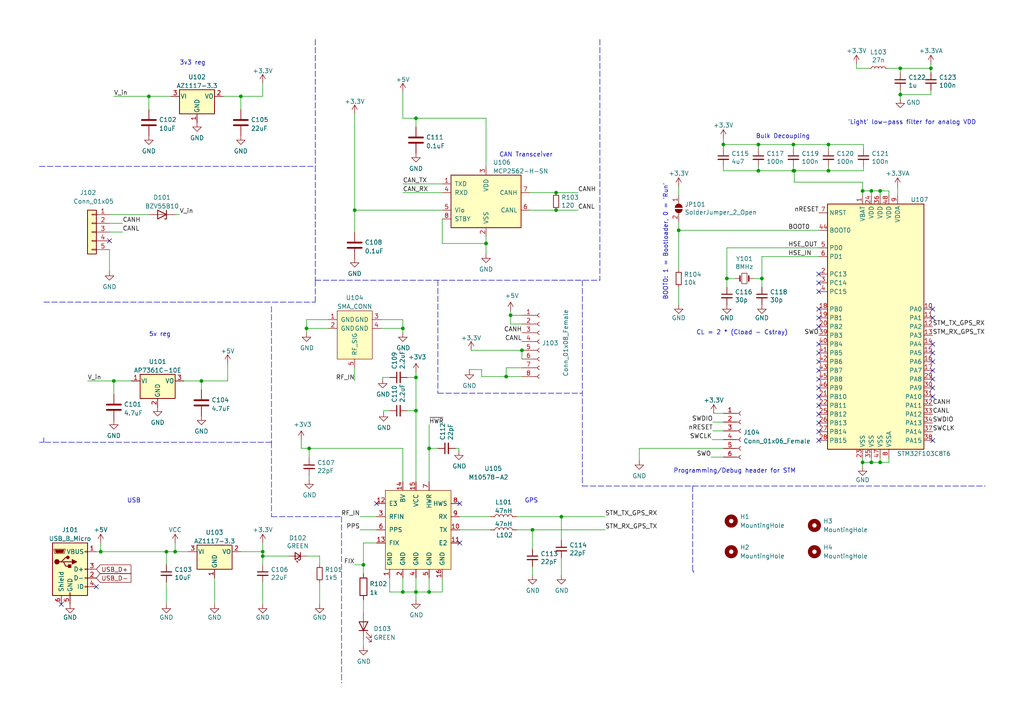
<source format=kicad_sch>
(kicad_sch (version 20211123) (generator eeschema)
  (paper "A4")
  (title_block (title "GPS") (date "2023-02-04") (rev "A") (company "Atharva Kulkarni") (comment 1 "USST Rocket "))
  (lib_symbols
    (symbol "Connector:Conn_01x06_Female" (pin_names (offset 1.016) hide)
      (property "Reference" "J" (at 0 7.62 0))
      (property "Value" "Conn_01x06_Female" (at 0 -10.16 0))
      (symbol "Conn_01x06_Female_1_1"
        (pin passive line (at -5.08 5.08 0) (length 3.81) (name "Pin_1") (number "1"))
        (pin passive line (at -5.08 2.54 0) (length 3.81) (name "Pin_2") (number "2"))
        (pin passive line (at -5.08 0 0) (length 3.81) (name "Pin_3") (number "3"))
        (pin passive line (at -5.08 -2.54 0) (length 3.81) (name "Pin_4") (number "4"))
        (pin passive line (at -5.08 -5.08 0) (length 3.81) (name "Pin_5") (number "5"))
        (pin passive line (at -5.08 -7.62 0) (length 3.81) (name "Pin_6") (number "6"))
      )
    )
    (symbol "Connector:Conn_01x08_Female" (pin_names (offset 1.016) hide)
      (property "Reference" "J" (at 0 10.16 0))
      (property "Value" "Conn_01x08_Female" (at 0 -12.7 0))
      (symbol "Conn_01x08_Female_1_1"
        (pin passive line (at -5.08 7.62 0) (length 3.81) (name "Pin_1") (number "1"))
        (pin passive line (at -5.08 5.08 0) (length 3.81) (name "Pin_2") (number "2"))
        (pin passive line (at -5.08 2.54 0) (length 3.81) (name "Pin_3") (number "3"))
        (pin passive line (at -5.08 0 0) (length 3.81) (name "Pin_4") (number "4"))
        (pin passive line (at -5.08 -2.54 0) (length 3.81) (name "Pin_5") (number "5"))
        (pin passive line (at -5.08 -5.08 0) (length 3.81) (name "Pin_6") (number "6"))
        (pin passive line (at -5.08 -7.62 0) (length 3.81) (name "Pin_7") (number "7"))
        (pin passive line (at -5.08 -10.16 0) (length 3.81) (name "Pin_8") (number "8"))
      )
    )
    (symbol "Connector:USB_B_Micro" (pin_names (offset 1.016))
      (property "Reference" "J" (at -5.08 11.43 0))
      (property "Value" "USB_B_Micro" (at -5.08 8.89 0))
      (symbol "USB_B_Micro_1_1"
        (pin power_out line (at 7.62 5.08 180) (length 2.54) (name "VBUS") (number "1"))
        (pin bidirectional line (at 7.62 -2.54 180) (length 2.54) (name "D-") (number "2"))
        (pin bidirectional line (at 7.62 0 180) (length 2.54) (name "D+") (number "3"))
        (pin passive line (at 7.62 -5.08 180) (length 2.54) (name "ID") (number "4"))
        (pin power_out line (at 0 -10.16 90) (length 2.54) (name "GND") (number "5"))
        (pin passive line (at -2.54 -10.16 90) (length 2.54) (name "Shield") (number "6"))
      )
    )
    (symbol "Connector_Generic:Conn_01x05" (pin_names (offset 1.016) hide)
      (property "Reference" "J" (at 0 7.62 0))
      (property "Value" "Conn_01x05" (at 0 -7.62 0))
      (symbol "Conn_01x05_1_1"
        (pin passive line (at -5.08 5.08 0) (length 3.81) (name "Pin_1") (number "1"))
        (pin passive line (at -5.08 2.54 0) (length 3.81) (name "Pin_2") (number "2"))
        (pin passive line (at -5.08 0 0) (length 3.81) (name "Pin_3") (number "3"))
        (pin passive line (at -5.08 -2.54 0) (length 3.81) (name "Pin_4") (number "4"))
        (pin passive line (at -5.08 -5.08 0) (length 3.81) (name "Pin_5") (number "5"))
      )
    )
    (symbol "Device:C" (pin_numbers hide) (pin_names (offset 0.254))
      (property "Reference" "C" (at 0.635 2.54 0))
      (property "Value" "C" (at 0.635 -2.54 0))
      (symbol "C_1_1"
        (pin passive line (at 0 3.81 270) (length 2.794) (name "~") (number "1"))
        (pin passive line (at 0 -3.81 90) (length 2.794) (name "~") (number "2"))
      )
    )
    (symbol "Device:C_Small" (pin_numbers hide) (pin_names (offset 0.254) hide)
      (property "Reference" "C" (at 0.254 1.778 0))
      (property "Value" "C_Small" (at 0.254 -2.032 0))
      (symbol "C_Small_1_1"
        (pin passive line (at 0 2.54 270) (length 2.032) (name "~") (number "1"))
        (pin passive line (at 0 -2.54 90) (length 2.032) (name "~") (number "2"))
      )
    )
    (symbol "Device:Crystal_Small" (pin_numbers hide) (pin_names (offset 1.016) hide)
      (property "Reference" "Y" (at 0 2.54 0))
      (property "Value" "Crystal_Small" (at 0 -2.54 0))
      (symbol "Crystal_Small_1_1"
        (pin passive line (at -2.54 0 0) (length 1.27) (name "1") (number "1"))
        (pin passive line (at 2.54 0 180) (length 1.27) (name "2") (number "2"))
      )
    )
    (symbol "Device:L" (pin_numbers hide) (pin_names (offset 1.016) hide)
      (property "Reference" "L" (at -1.27 0 90))
      (property "Value" "L" (at 1.905 0 90))
      (symbol "L_1_1"
        (pin passive line (at 0 3.81 270) (length 1.27) (name "1") (number "1"))
        (pin passive line (at 0 -3.81 90) (length 1.27) (name "2") (number "2"))
      )
    )
    (symbol "Device:LED" (pin_numbers hide) (pin_names (offset 1.016) hide)
      (property "Reference" "D" (at 0 2.54 0))
      (property "Value" "LED" (at 0 -2.54 0))
      (symbol "LED_1_1"
        (pin passive line (at -3.81 0 0) (length 2.54) (name "K") (number "1"))
        (pin passive line (at 3.81 0 180) (length 2.54) (name "A") (number "2"))
      )
    )
    (symbol "Device:LED_Small" (pin_numbers hide) (pin_names (offset 0.254) hide)
      (property "Reference" "D" (at -1.27 3.175 0))
      (property "Value" "LED_Small" (at -4.445 -2.54 0))
      (symbol "LED_Small_1_1"
        (pin passive line (at -2.54 0 0) (length 1.778) (name "K") (number "1"))
        (pin passive line (at 2.54 0 180) (length 1.778) (name "A") (number "2"))
      )
    )
    (symbol "Device:L_Small" (pin_numbers hide) (pin_names (offset 0.254) hide)
      (property "Reference" "L" (at 0.762 1.016 0))
      (property "Value" "L_Small" (at 0.762 -1.016 0))
      (symbol "L_Small_1_1"
        (pin passive line (at 0 2.54 270) (length 0.508) (name "~") (number "1"))
        (pin passive line (at 0 -2.54 90) (length 0.508) (name "~") (number "2"))
      )
    )
    (symbol "Device:R" (pin_numbers hide) (pin_names (offset 0))
      (property "Reference" "R" (at 2.032 0 90))
      (property "Value" "R" (at 0 0 90))
      (symbol "R_1_1"
        (pin passive line (at 0 3.81 270) (length 1.27) (name "~") (number "1"))
        (pin passive line (at 0 -3.81 90) (length 1.27) (name "~") (number "2"))
      )
    )
    (symbol "Device:R_Small" (pin_numbers hide) (pin_names (offset 0.254) hide)
      (property "Reference" "R" (at 0.762 0.508 0))
      (property "Value" "R_Small" (at 0.762 -1.016 0))
      (symbol "R_Small_1_1"
        (pin passive line (at 0 2.54 270) (length 0.762) (name "~") (number "1"))
        (pin passive line (at 0 -2.54 90) (length 0.762) (name "~") (number "2"))
      )
    )
    (symbol "Diode:BZV55B10" (pin_numbers hide) (pin_names hide)
      (property "Reference" "D" (at 0 2.54 0))
      (property "Value" "BZV55B10" (at 0 -2.54 0))
      (symbol "BZV55B10_1_1"
        (pin passive line (at -3.81 0 0) (length 2.54) (name "K") (number "1"))
        (pin passive line (at 3.81 0 180) (length 2.54) (name "A") (number "2"))
      )
    )
    (symbol "Interface_CAN_LIN:MCP2562-H-SN" (pin_names (offset 1.016))
      (property "Reference" "U" (at -10.16 8.89 0))
      (property "Value" "MCP2562-H-SN" (at 2.54 8.89 0))
      (symbol "MCP2562-H-SN_1_1"
        (pin input line (at -12.7 5.08 0) (length 2.54) (name "TXD") (number "1"))
        (pin power_in line (at 0 -10.16 90) (length 2.54) (name "VSS") (number "2"))
        (pin power_in line (at 0 10.16 270) (length 2.54) (name "VDD") (number "3"))
        (pin output line (at -12.7 2.54 0) (length 2.54) (name "RXD") (number "4"))
        (pin power_in line (at -12.7 -2.54 0) (length 2.54) (name "Vio") (number "5"))
        (pin bidirectional line (at 12.7 -2.54 180) (length 2.54) (name "CANL") (number "6"))
        (pin bidirectional line (at 12.7 2.54 180) (length 2.54) (name "CANH") (number "7"))
        (pin input line (at -12.7 -5.08 0) (length 2.54) (name "STBY") (number "8"))
      )
    )
    (symbol "Jumper:SolderJumper_2_Open" (pin_names (offset 0) hide)
      (property "Reference" "JP" (at 0 2.032 0))
      (property "Value" "SolderJumper_2_Open" (at 0 -2.54 0))
      (symbol "SolderJumper_2_Open_1_1"
        (pin passive line (at -3.81 0 0) (length 2.54) (name "A") (number "1"))
        (pin passive line (at 3.81 0 180) (length 2.54) (name "B") (number "2"))
      )
    )
    (symbol "MCU_ST_STM32F1:STM32F103C8Tx"
      (property "Reference" "U" (at -15.24 36.83 0))
      (property "Value" "STM32F103C8Tx" (at 7.62 36.83 0))
      (symbol "STM32F103C8Tx_1_1"
        (pin power_in line (at -5.08 38.1 270) (length 2.54) (name "VBAT") (number "1"))
        (pin bidirectional line (at 15.24 5.08 180) (length 2.54) (name "PA0") (number "10"))
        (pin bidirectional line (at 15.24 2.54 180) (length 2.54) (name "PA1") (number "11"))
        (pin bidirectional line (at 15.24 0 180) (length 2.54) (name "PA2") (number "12"))
        (pin bidirectional line (at 15.24 -2.54 180) (length 2.54) (name "PA3") (number "13"))
        (pin bidirectional line (at 15.24 -5.08 180) (length 2.54) (name "PA4") (number "14"))
        (pin bidirectional line (at 15.24 -7.62 180) (length 2.54) (name "PA5") (number "15"))
        (pin bidirectional line (at 15.24 -10.16 180) (length 2.54) (name "PA6") (number "16"))
        (pin bidirectional line (at 15.24 -12.7 180) (length 2.54) (name "PA7") (number "17"))
        (pin bidirectional line (at -17.78 5.08 0) (length 2.54) (name "PB0") (number "18"))
        (pin bidirectional line (at -17.78 2.54 0) (length 2.54) (name "PB1") (number "19"))
        (pin bidirectional line (at -17.78 15.24 0) (length 2.54) (name "PC13") (number "2"))
        (pin bidirectional line (at -17.78 0 0) (length 2.54) (name "PB2") (number "20"))
        (pin bidirectional line (at -17.78 -20.32 0) (length 2.54) (name "PB10") (number "21"))
        (pin bidirectional line (at -17.78 -22.86 0) (length 2.54) (name "PB11") (number "22"))
        (pin power_in line (at -5.08 -38.1 90) (length 2.54) (name "VSS") (number "23"))
        (pin power_in line (at -2.54 38.1 270) (length 2.54) (name "VDD") (number "24"))
        (pin bidirectional line (at -17.78 -25.4 0) (length 2.54) (name "PB12") (number "25"))
        (pin bidirectional line (at -17.78 -27.94 0) (length 2.54) (name "PB13") (number "26"))
        (pin bidirectional line (at -17.78 -30.48 0) (length 2.54) (name "PB14") (number "27"))
        (pin bidirectional line (at -17.78 -33.02 0) (length 2.54) (name "PB15") (number "28"))
        (pin bidirectional line (at 15.24 -15.24 180) (length 2.54) (name "PA8") (number "29"))
        (pin bidirectional line (at -17.78 12.7 0) (length 2.54) (name "PC14") (number "3"))
        (pin bidirectional line (at 15.24 -17.78 180) (length 2.54) (name "PA9") (number "30"))
        (pin bidirectional line (at 15.24 -20.32 180) (length 2.54) (name "PA10") (number "31"))
        (pin bidirectional line (at 15.24 -22.86 180) (length 2.54) (name "PA11") (number "32"))
        (pin bidirectional line (at 15.24 -25.4 180) (length 2.54) (name "PA12") (number "33"))
        (pin bidirectional line (at 15.24 -27.94 180) (length 2.54) (name "PA13") (number "34"))
        (pin power_in line (at -2.54 -38.1 90) (length 2.54) (name "VSS") (number "35"))
        (pin power_in line (at 0 38.1 270) (length 2.54) (name "VDD") (number "36"))
        (pin bidirectional line (at 15.24 -30.48 180) (length 2.54) (name "PA14") (number "37"))
        (pin bidirectional line (at 15.24 -33.02 180) (length 2.54) (name "PA15") (number "38"))
        (pin bidirectional line (at -17.78 -2.54 0) (length 2.54) (name "PB3") (number "39"))
        (pin bidirectional line (at -17.78 10.16 0) (length 2.54) (name "PC15") (number "4"))
        (pin bidirectional line (at -17.78 -5.08 0) (length 2.54) (name "PB4") (number "40"))
        (pin bidirectional line (at -17.78 -7.62 0) (length 2.54) (name "PB5") (number "41"))
        (pin bidirectional line (at -17.78 -10.16 0) (length 2.54) (name "PB6") (number "42"))
        (pin bidirectional line (at -17.78 -12.7 0) (length 2.54) (name "PB7") (number "43"))
        (pin input line (at -17.78 27.94 0) (length 2.54) (name "BOOT0") (number "44"))
        (pin bidirectional line (at -17.78 -15.24 0) (length 2.54) (name "PB8") (number "45"))
        (pin bidirectional line (at -17.78 -17.78 0) (length 2.54) (name "PB9") (number "46"))
        (pin power_in line (at 0 -38.1 90) (length 2.54) (name "VSS") (number "47"))
        (pin power_in line (at 2.54 38.1 270) (length 2.54) (name "VDD") (number "48"))
        (pin input line (at -17.78 22.86 0) (length 2.54) (name "PD0") (number "5"))
        (pin input line (at -17.78 20.32 0) (length 2.54) (name "PD1") (number "6"))
        (pin input line (at -17.78 33.02 0) (length 2.54) (name "NRST") (number "7"))
        (pin power_in line (at 2.54 -38.1 90) (length 2.54) (name "VSSA") (number "8"))
        (pin power_in line (at 5.08 38.1 270) (length 2.54) (name "VDDA") (number "9"))
      )
    )
    (symbol "Mechanical:MountingHole" (pin_names (offset 1.016))
      (property "Reference" "H" (at 0 5.08 0))
      (property "Value" "MountingHole" (at 0 3.175 0))
    )
    (symbol "Regulator_Linear:AP7361C-10E" (pin_names (offset 0.254))
      (property "Reference" "U" (at -3.81 3.175 0))
      (property "Value" "AP7361C-10E" (at 0 3.175 0))
      (symbol "AP7361C-10E_1_1"
        (pin power_in line (at -7.62 0 0) (length 2.54) (name "VI") (number "1"))
        (pin power_in line (at 0 -7.62 90) (length 2.54) (name "GND") (number "2"))
        (pin power_out line (at 7.62 0 180) (length 2.54) (name "VO") (number "3"))
      )
    )
    (symbol "Regulator_Linear:AZ1117-3.3" (pin_names (offset 0.254))
      (property "Reference" "U" (at -3.81 3.175 0))
      (property "Value" "AZ1117-3.3" (at 0 3.175 0))
      (symbol "AZ1117-3.3_1_1"
        (pin power_in line (at 0 -7.62 90) (length 2.54) (name "GND") (number "1"))
        (pin power_out line (at 7.62 0 180) (length 2.54) (name "VO") (number "2"))
        (pin power_in line (at -7.62 0 0) (length 2.54) (name "VI") (number "3"))
      )
    )
    (symbol "canhw:M10578-A2" (pin_names (offset 1.016))
      (property "Reference" "U" (at 0 17.78 0))
      (property "Value" "M10578-A2" (at 0 15.24 0))
      (symbol "M10578-A2_1_1"
        (pin input line (at -7.62 -16.51 90) (length 2.54) (name "GND") (number "1"))
        (pin input line (at 12.7 -2.54 180) (length 2.54) (name "TX") (number "10"))
        (pin input line (at 12.7 -6.35 180) (length 2.54) (name "E2") (number "11"))
        (pin input line (at -11.43 5.08 0) (length 2.54) (name "E3") (number "12"))
        (pin input line (at -11.43 -6.35 0) (length 2.54) (name "FIX") (number "13"))
        (pin input line (at -3.81 11.43 270) (length 2.54) (name "BV") (number "14"))
        (pin input line (at 0 11.43 270) (length 2.54) (name "VCC") (number "15"))
        (pin input line (at 7.62 -16.51 90) (length 2.54) (name "GND") (number "16"))
        (pin input line (at -3.81 -16.51 90) (length 2.54) (name "GND") (number "2"))
        (pin input line (at -11.43 1.27 0) (length 2.54) (name "RFIN") (number "3"))
        (pin input line (at 0 -16.51 90) (length 2.54) (name "GND") (number "4"))
        (pin input line (at 3.81 -16.51 90) (length 2.54) (name "GND") (number "5"))
        (pin input line (at -11.43 -2.54 0) (length 2.54) (name "PPS") (number "6"))
        (pin input line (at 3.81 11.43 270) (length 2.54) (name "HWR") (number "7"))
        (pin input line (at 12.7 5.08 180) (length 2.54) (name "HWS") (number "8"))
        (pin input line (at 12.7 1.27 180) (length 2.54) (name "RX") (number "9"))
      )
    )
    (symbol "gps_2-rescue:SMA_CONN-canhw" (pin_names (offset 1.016))
      (property "Reference" "U" (at 0 11.43 0))
      (property "Value" "SMA_CONN-canhw" (at 0 8.89 0))
      (symbol "SMA_CONN-canhw_1_1"
        (pin input line (at -7.62 5.08 0) (length 2.54) (name "GND") (number "1"))
        (pin input line (at -7.62 2.54 0) (length 2.54) (name "GND") (number "2"))
        (pin input line (at 7.62 5.08 180) (length 2.54) (name "GND") (number "3"))
        (pin input line (at 7.62 2.54 180) (length 2.54) (name "GND") (number "4"))
        (pin input line (at 0 -8.89 90) (length 2.54) (name "RF_SIG") (number "5"))
      )
    )
    (symbol "power:+3.3V" (power) (pin_names (offset 0))
      (property "Value" "+3.3V" (at 0 3.556 0))
      (symbol "+3.3V_1_1"
        (pin power_in line (at 0 0 90) (length 0) hide (name "+3.3V") (number "1"))
      )
    )
    (symbol "power:+3.3VA" (power) (pin_names (offset 0))
      (property "Value" "+3.3VA" (at 0 3.556 0))
      (symbol "+3.3VA_1_1"
        (pin power_in line (at 0 0 90) (length 0) hide (name "+3.3VA") (number "1"))
      )
    )
    (symbol "power:+3V3" (power) (pin_names (offset 0))
      (property "Value" "+3V3" (at 0 3.556 0))
      (symbol "+3V3_1_1"
        (pin power_in line (at 0 0 90) (length 0) hide (name "+3V3") (number "1"))
      )
    )
    (symbol "power:+5V" (power) (pin_names (offset 0))
      (property "Value" "+5V" (at 0 3.556 0))
      (symbol "+5V_1_1"
        (pin power_in line (at 0 0 90) (length 0) hide (name "+5V") (number "1"))
      )
    )
    (symbol "power:GND" (power) (pin_names (offset 0))
      (property "Value" "GND" (at 0 -3.81 0))
      (symbol "GND_1_1"
        (pin power_in line (at 0 0 270) (length 0) hide (name "GND") (number "1"))
      )
    )
    (symbol "power:VCC" (power) (pin_names (offset 0))
      (property "Value" "VCC" (at 0 3.81 0))
      (symbol "VCC_1_1"
        (pin power_in line (at 0 0 90) (length 0) hide (name "VCC") (number "1"))
      )
    )
  )
  (junction (at 102.87 60.96))
  (junction (at 120.65 109.474))
  (junction (at 124.46 171.704))
  (junction (at 250.19 134.112))
  (junction (at 43.18 27.94))
  (junction (at 162.814 149.86))
  (junction (at 120.65 34.29))
  (junction (at 116.84 171.704))
  (junction (at 252.73 55.372))
  (junction (at 89.662 130.048))
  (junction (at 210.82 80.772))
  (junction (at 255.27 134.112))
  (junction (at 220.98 80.772))
  (junction (at 76.2 161.29))
  (junction (at 50.8 160.02))
  (junction (at 219.964 41.91))
  (junction (at 120.65 171.704))
  (junction (at 261.112 19.812))
  (junction (at 58.42 110.49))
  (junction (at 105.41 163.83))
  (junction (at 88.9 95.25))
  (junction (at 48.26 160.02))
  (junction (at 151.384 101.6))
  (junction (at 29.21 160.02))
  (junction (at 116.84 95.25))
  (junction (at 255.27 55.372))
  (junction (at 250.19 55.372))
  (junction (at 230.124 49.53))
  (junction (at 124.46 130.048))
  (junction (at 240.284 41.91))
  (junction (at 146.812 109.22))
  (junction (at 230.124 41.91))
  (junction (at 240.284 49.53))
  (junction (at 270.002 19.812))
  (junction (at 154.432 153.67))
  (junction (at 140.97 70.612))
  (junction (at 252.73 134.112))
  (junction (at 209.804 41.91))
  (junction (at 148.082 91.44))
  (junction (at 69.85 27.94))
  (junction (at 33.02 110.49))
  (junction (at 219.964 49.53))
  (junction (at 161.29 55.88))
  (junction (at 261.112 27.432))
  (junction (at 76.2 160.02))
  (junction (at 161.29 60.96))
  (junction (at 120.65 119.126))
  (junction (at 230.378 49.53))
  (junction (at 196.85 66.802))
  (no_connect (at 237.49 125.222))
  (no_connect (at 237.49 99.822))
  (no_connect (at 237.49 127.762))
  (no_connect (at 237.49 115.062))
  (no_connect (at 270.51 112.522))
  (no_connect (at 237.49 122.682))
  (no_connect (at 237.49 82.042))
  (no_connect (at 270.51 127.762))
  (no_connect (at 237.49 102.362))
  (no_connect (at 237.49 94.742))
  (no_connect (at 133.35 146.05))
  (no_connect (at 31.75 69.85))
  (no_connect (at 237.49 79.502))
  (no_connect (at 270.51 89.662))
  (no_connect (at 270.51 92.202))
  (no_connect (at 237.49 104.902))
  (no_connect (at 237.49 109.982))
  (no_connect (at 237.49 89.662))
  (no_connect (at 237.49 112.522))
  (no_connect (at 270.51 107.442))
  (no_connect (at 109.22 146.05))
  (no_connect (at 270.51 115.062))
  (no_connect (at 270.51 99.822))
  (no_connect (at 133.35 157.48))
  (no_connect (at 237.49 92.202))
  (no_connect (at 237.49 107.442))
  (no_connect (at 27.94 170.18))
  (no_connect (at 237.49 120.142))
  (no_connect (at 270.51 104.902))
  (no_connect (at 237.49 117.602))
  (no_connect (at 237.49 84.582))
  (no_connect (at 270.51 109.982))
  (no_connect (at 17.78 175.26))
  (no_connect (at 270.51 102.362))
  (wire (pts (xy 113.03 167.64) (xy 113.03 171.704)))
  (wire (pts (xy 140.97 34.29) (xy 140.97 48.26)))
  (wire (pts (xy 209.804 41.91) (xy 209.804 43.18)))
  (wire (pts (xy 250.19 135.382) (xy 250.19 134.112)))
  (wire (pts (xy 210.82 80.772) (xy 213.36 80.772)))
  (polyline (pts (xy 78.74 88.9) (xy 78.74 128.27)))
  (wire (pts (xy 76.2 161.29) (xy 76.2 163.83)))
  (wire (pts (xy 87.376 130.048) (xy 89.662 130.048)))
  (wire (pts (xy 124.46 130.048) (xy 124.46 139.7)))
  (wire (pts (xy 92.71 175.26) (xy 92.71 168.91)))
  (wire (pts (xy 240.284 49.53) (xy 250.444 49.53)))
  (wire (pts (xy 248.412 19.812) (xy 252.222 19.812)))
  (wire (pts (xy 151.384 106.68) (xy 146.812 106.68)))
  (wire (pts (xy 116.84 53.34) (xy 128.27 53.34)))
  (wire (pts (xy 162.814 149.86) (xy 162.814 156.718)))
  (wire (pts (xy 48.26 160.02) (xy 48.26 163.83)))
  (wire (pts (xy 92.71 161.29) (xy 88.9 161.29)))
  (wire (pts (xy 196.85 54.102) (xy 196.85 56.642)))
  (wire (pts (xy 128.27 63.5) (xy 128.27 70.612)))
  (polyline (pts (xy 91.44 87.63) (xy 91.44 81.28)))
  (wire (pts (xy 260.35 54.102) (xy 260.35 56.642)))
  (polyline (pts (xy 173.99 11.43) (xy 173.99 81.28)))
  (wire (pts (xy 105.41 185.42) (xy 105.41 187.452)))
  (wire (pts (xy 230.124 48.26) (xy 230.124 49.53)))
  (wire (pts (xy 124.46 171.704) (xy 120.65 171.704)))
  (wire (pts (xy 116.84 130.048) (xy 116.84 139.7)))
  (wire (pts (xy 148.082 90.17) (xy 148.082 91.44)))
  (wire (pts (xy 209.804 130.048) (xy 185.42 130.048)))
  (polyline (pts (xy 201.168 165.608) (xy 201.168 166.116)))
  (polyline (pts (xy 127 114.046) (xy 168.91 114.046)))
  (wire (pts (xy 219.964 49.53) (xy 219.964 48.26)))
  (wire (pts (xy 113.03 109.474) (xy 110.998 109.474)))
  (wire (pts (xy 257.81 55.372) (xy 257.81 56.642)))
  (polyline (pts (xy 78.74 128.27) (xy 12.7 128.27)))
  (wire (pts (xy 133.096 130.048) (xy 133.096 130.81)))
  (wire (pts (xy 237.49 71.882) (xy 210.82 71.882)))
  (wire (pts (xy 102.87 60.96) (xy 102.87 67.31)))
  (wire (pts (xy 116.84 34.29) (xy 120.65 34.29)))
  (wire (pts (xy 116.84 167.64) (xy 116.84 171.704)))
  (wire (pts (xy 33.02 110.49) (xy 38.1 110.49)))
  (wire (pts (xy 92.71 163.83) (xy 92.71 161.29)))
  (polyline (pts (xy 11.43 48.26) (xy 91.44 48.26)))
  (wire (pts (xy 255.27 132.842) (xy 255.27 134.112)))
  (wire (pts (xy 148.082 91.44) (xy 148.082 93.98)))
  (wire (pts (xy 29.21 160.02) (xy 27.94 160.02)))
  (wire (pts (xy 120.65 107.95) (xy 120.65 109.474)))
  (wire (pts (xy 270.002 18.542) (xy 270.002 19.812)))
  (polyline (pts (xy 91.44 81.28) (xy 173.99 81.28)))
  (wire (pts (xy 140.97 70.612) (xy 140.97 73.66)))
  (wire (pts (xy 66.04 110.49) (xy 66.04 105.41)))
  (wire (pts (xy 116.84 92.71) (xy 116.84 95.25)))
  (wire (pts (xy 58.42 110.49) (xy 58.42 113.03)))
  (wire (pts (xy 206.756 124.968) (xy 209.804 124.968)))
  (wire (pts (xy 270.002 21.082) (xy 270.002 19.812)))
  (wire (pts (xy 210.82 83.312) (xy 210.82 80.772)))
  (wire (pts (xy 230.124 41.91) (xy 219.964 41.91)))
  (wire (pts (xy 151.384 104.14) (xy 151.384 101.6)))
  (polyline (pts (xy 168.91 81.28) (xy 168.91 140.97)))
  (wire (pts (xy 120.65 173.99) (xy 120.65 171.704)))
  (wire (pts (xy 88.9 92.71) (xy 88.9 95.25)))
  (wire (pts (xy 105.41 163.83) (xy 105.41 166.37)))
  (wire (pts (xy 105.41 157.48) (xy 109.22 157.48)))
  (wire (pts (xy 261.112 21.082) (xy 261.112 19.812)))
  (wire (pts (xy 109.22 153.67) (xy 104.394 153.67)))
  (wire (pts (xy 255.27 134.112) (xy 257.81 134.112)))
  (wire (pts (xy 120.65 167.64) (xy 120.65 171.704)))
  (wire (pts (xy 116.84 26.67) (xy 116.84 34.29)))
  (wire (pts (xy 118.11 119.126) (xy 120.65 119.126)))
  (wire (pts (xy 50.8 62.23) (xy 52.07 62.23)))
  (wire (pts (xy 102.87 60.96) (xy 128.27 60.96)))
  (wire (pts (xy 230.378 49.53) (xy 240.284 49.53)))
  (wire (pts (xy 196.85 66.802) (xy 196.85 78.232)))
  (polyline (pts (xy 99.06 149.86) (xy 99.06 198.12)))
  (wire (pts (xy 230.378 49.53) (xy 230.378 52.832)))
  (wire (pts (xy 148.082 91.44) (xy 151.384 91.44)))
  (wire (pts (xy 116.84 55.88) (xy 128.27 55.88)))
  (wire (pts (xy 218.44 80.772) (xy 220.98 80.772)))
  (wire (pts (xy 240.284 43.18) (xy 240.284 41.91)))
  (wire (pts (xy 185.42 130.048) (xy 185.42 133.604)))
  (wire (pts (xy 120.65 34.29) (xy 120.65 36.83)))
  (wire (pts (xy 252.73 134.112) (xy 255.27 134.112)))
  (wire (pts (xy 220.98 74.422) (xy 237.49 74.422)))
  (wire (pts (xy 206.756 122.428) (xy 209.804 122.428)))
  (wire (pts (xy 257.81 134.112) (xy 257.81 132.842)))
  (wire (pts (xy 207.01 119.888) (xy 209.804 119.888)))
  (polyline (pts (xy 78.74 128.27) (xy 78.74 149.86)))
  (wire (pts (xy 250.19 52.832) (xy 250.19 55.372)))
  (wire (pts (xy 76.2 175.26) (xy 76.2 168.91)))
  (wire (pts (xy 206.502 127.508) (xy 209.804 127.508)))
  (wire (pts (xy 230.124 43.18) (xy 230.124 41.91)))
  (wire (pts (xy 162.814 161.798) (xy 162.814 166.878)))
  (wire (pts (xy 29.21 160.02) (xy 48.26 160.02)))
  (wire (pts (xy 110.49 92.71) (xy 116.84 92.71)))
  (wire (pts (xy 76.2 157.48) (xy 76.2 160.02)))
  (polyline (pts (xy 91.44 11.43) (xy 91.44 48.26)))
  (polyline (pts (xy 200.914 140.97) (xy 200.914 165.608)))
  (wire (pts (xy 29.21 157.48) (xy 29.21 160.02)))
  (wire (pts (xy 196.85 88.392) (xy 196.85 83.312)))
  (wire (pts (xy 252.73 55.372) (xy 255.27 55.372)))
  (wire (pts (xy 48.26 175.26) (xy 48.26 168.91)))
  (wire (pts (xy 237.49 66.802) (xy 196.85 66.802)))
  (polyline (pts (xy 78.74 149.86) (xy 99.06 149.86)))
  (wire (pts (xy 154.432 164.338) (xy 154.432 166.878)))
  (wire (pts (xy 102.87 106.68) (xy 102.87 110.49)))
  (wire (pts (xy 261.112 28.702) (xy 261.112 27.432)))
  (wire (pts (xy 89.662 130.048) (xy 89.662 132.842)))
  (wire (pts (xy 105.41 157.48) (xy 105.41 163.83)))
  (wire (pts (xy 116.84 95.25) (xy 116.84 96.52)))
  (wire (pts (xy 146.812 106.68) (xy 146.812 109.22)))
  (wire (pts (xy 248.412 18.542) (xy 248.412 19.812)))
  (wire (pts (xy 219.964 41.91) (xy 209.804 41.91)))
  (wire (pts (xy 146.812 109.22) (xy 139.7 109.22)))
  (polyline (pts (xy 11.43 128.27) (xy 12.7 128.27)))
  (wire (pts (xy 102.87 163.83) (xy 105.41 163.83)))
  (wire (pts (xy 124.46 123.19) (xy 124.46 130.048)))
  (wire (pts (xy 149.86 153.67) (xy 154.432 153.67)))
  (wire (pts (xy 110.49 95.25) (xy 116.84 95.25)))
  (wire (pts (xy 196.85 64.262) (xy 196.85 66.802)))
  (wire (pts (xy 120.65 119.126) (xy 120.65 139.7)))
  (wire (pts (xy 69.85 160.02) (xy 76.2 160.02)))
  (polyline (pts (xy 160.02 81.28) (xy 168.91 81.28)))
  (wire (pts (xy 124.46 171.704) (xy 128.27 171.704)))
  (polyline (pts (xy 91.44 48.26) (xy 91.44 81.28)))
  (wire (pts (xy 120.65 34.29) (xy 140.97 34.29)))
  (wire (pts (xy 250.444 48.26) (xy 250.444 49.53)))
  (wire (pts (xy 64.77 27.94) (xy 69.85 27.94)))
  (wire (pts (xy 43.18 27.94) (xy 43.18 31.75)))
  (wire (pts (xy 261.112 27.432) (xy 270.002 27.432)))
  (wire (pts (xy 128.27 167.64) (xy 128.27 171.704)))
  (wire (pts (xy 230.124 49.53) (xy 230.378 49.53)))
  (wire (pts (xy 250.19 55.372) (xy 252.73 55.372)))
  (wire (pts (xy 31.75 72.39) (xy 31.75 78.74)))
  (wire (pts (xy 104.394 149.86) (xy 109.22 149.86)))
  (polyline (pts (xy 127 81.28) (xy 127 114.046)))
  (wire (pts (xy 151.384 109.22) (xy 146.812 109.22)))
  (wire (pts (xy 209.804 48.26) (xy 209.804 49.53)))
  (wire (pts (xy 209.804 40.132) (xy 209.804 41.91)))
  (wire (pts (xy 53.34 110.49) (xy 58.42 110.49)))
  (wire (pts (xy 210.82 71.882) (xy 210.82 80.772)))
  (wire (pts (xy 162.814 149.86) (xy 175.514 149.86)))
  (wire (pts (xy 120.65 109.474) (xy 120.65 119.126)))
  (wire (pts (xy 250.444 43.18) (xy 250.444 41.91)))
  (wire (pts (xy 31.75 67.31) (xy 35.56 67.31)))
  (wire (pts (xy 113.03 119.126) (xy 111.252 119.126)))
  (wire (pts (xy 250.19 134.112) (xy 250.19 132.842)))
  (wire (pts (xy 261.112 26.162) (xy 261.112 27.432)))
  (wire (pts (xy 161.29 55.88) (xy 167.64 55.88)))
  (wire (pts (xy 161.29 60.96) (xy 167.64 60.96)))
  (wire (pts (xy 133.35 149.86) (xy 142.24 149.86)))
  (wire (pts (xy 89.662 130.048) (xy 116.84 130.048)))
  (wire (pts (xy 88.9 95.25) (xy 88.9 96.52)))
  (polyline (pts (xy 12.7 127) (xy 12.7 128.27)))
  (wire (pts (xy 69.85 27.94) (xy 76.2 27.94)))
  (polyline (pts (xy 168.91 140.97) (xy 285.75 140.97)))
  (wire (pts (xy 124.46 167.64) (xy 124.46 171.704)))
  (wire (pts (xy 33.02 27.94) (xy 43.18 27.94)))
  (wire (pts (xy 255.27 55.372) (xy 257.81 55.372)))
  (wire (pts (xy 270.002 19.812) (xy 261.112 19.812)))
  (wire (pts (xy 33.02 110.49) (xy 33.02 114.3)))
  (wire (pts (xy 111.252 119.126) (xy 111.252 119.634)))
  (wire (pts (xy 219.964 41.91) (xy 219.964 43.18)))
  (wire (pts (xy 110.998 109.474) (xy 110.998 109.982)))
  (wire (pts (xy 230.378 52.832) (xy 250.19 52.832)))
  (wire (pts (xy 139.7 107.188) (xy 136.144 107.188)))
  (wire (pts (xy 257.302 19.812) (xy 261.112 19.812)))
  (polyline (pts (xy 200.914 165.608) (xy 201.168 165.608)))
  (wire (pts (xy 69.85 27.94) (xy 69.85 31.75)))
  (wire (pts (xy 148.082 93.98) (xy 151.384 93.98)))
  (wire (pts (xy 54.61 160.02) (xy 50.8 160.02)))
  (polyline (pts (xy 12.7 87.63) (xy 91.44 87.63)))
  (wire (pts (xy 76.2 160.02) (xy 76.2 161.29)))
  (wire (pts (xy 154.432 153.67) (xy 154.432 159.258)))
  (wire (pts (xy 43.18 27.94) (xy 49.53 27.94)))
  (wire (pts (xy 62.23 175.26) (xy 62.23 167.64)))
  (wire (pts (xy 240.284 41.91) (xy 230.124 41.91)))
  (wire (pts (xy 118.11 109.474) (xy 120.65 109.474)))
  (wire (pts (xy 136.144 107.188) (xy 136.144 107.442)))
  (wire (pts (xy 116.84 171.704) (xy 120.65 171.704)))
  (wire (pts (xy 105.41 173.99) (xy 105.41 177.8)))
  (wire (pts (xy 132.08 130.048) (xy 133.096 130.048)))
  (wire (pts (xy 209.804 49.53) (xy 219.964 49.53)))
  (wire (pts (xy 95.25 92.71) (xy 88.9 92.71)))
  (wire (pts (xy 255.27 56.642) (xy 255.27 55.372)))
  (wire (pts (xy 250.19 55.372) (xy 250.19 56.642)))
  (wire (pts (xy 140.97 68.58) (xy 140.97 70.612)))
  (wire (pts (xy 50.8 157.48) (xy 50.8 160.02)))
  (wire (pts (xy 252.73 56.642) (xy 252.73 55.372)))
  (wire (pts (xy 58.42 110.49) (xy 66.04 110.49)))
  (wire (pts (xy 89.662 137.922) (xy 89.662 139.192)))
  (wire (pts (xy 76.2 27.94) (xy 76.2 24.13)))
  (wire (pts (xy 252.73 132.842) (xy 252.73 134.112)))
  (wire (pts (xy 113.03 171.704) (xy 116.84 171.704)))
  (wire (pts (xy 136.652 101.6) (xy 151.384 101.6)))
  (wire (pts (xy 128.27 70.612) (xy 140.97 70.612)))
  (wire (pts (xy 220.98 80.772) (xy 220.98 74.422)))
  (wire (pts (xy 154.432 153.67) (xy 175.514 153.67)))
  (wire (pts (xy 250.444 41.91) (xy 240.284 41.91)))
  (wire (pts (xy 220.98 83.312) (xy 220.98 80.772)))
  (wire (pts (xy 153.67 55.88) (xy 161.29 55.88)))
  (wire (pts (xy 240.284 48.26) (xy 240.284 49.53)))
  (wire (pts (xy 270.002 27.432) (xy 270.002 26.162)))
  (wire (pts (xy 83.82 161.29) (xy 76.2 161.29)))
  (wire (pts (xy 87.376 127.508) (xy 87.376 130.048)))
  (wire (pts (xy 50.8 160.02) (xy 48.26 160.02)))
  (wire (pts (xy 206.248 132.588) (xy 209.804 132.588)))
  (wire (pts (xy 219.964 49.53) (xy 230.124 49.53)))
  (wire (pts (xy 250.19 134.112) (xy 252.73 134.112)))
  (wire (pts (xy 149.86 149.86) (xy 162.814 149.86)))
  (wire (pts (xy 139.7 109.22) (xy 139.7 107.188)))
  (wire (pts (xy 95.25 95.25) (xy 88.9 95.25)))
  (wire (pts (xy 142.24 153.67) (xy 133.35 153.67)))
  (wire (pts (xy 31.75 62.23) (xy 43.18 62.23)))
  (wire (pts (xy 25.4 110.49) (xy 33.02 110.49)))
  (wire (pts (xy 153.67 60.96) (xy 161.29 60.96)))
  (wire (pts (xy 124.46 130.048) (xy 127 130.048)))
  (wire (pts (xy 102.87 33.02) (xy 102.87 60.96)))
  (wire (pts (xy 31.75 64.77) (xy 35.56 64.77)))
  (text "USB\n" (at 36.83 146.05 0) (effects (font (size 1.27 1.27)) (justify left bottom)))
  (text "CAN Transceiver\n" (at 144.78 45.72 0) (effects (font (size 1.27 1.27)) (justify left bottom)))
  (text "'Light' low-pass filter for analog VDD" (at 245.872 36.322 0) (effects (font (size 1.27 1.27)) (justify left bottom)))
  (text "5v reg\n" (at 43.18 97.79 0) (effects (font (size 1.27 1.27)) (justify left bottom)))
  (text "Bulk Decoupling\n" (at 219.202 40.386 0) (effects (font (size 1.27 1.27)) (justify left bottom)))
  (text "CL = 2 * (Cload - Cstray)" (at 201.93 97.282 0) (effects (font (size 1.27 1.27)) (justify left bottom)))
  (text "Programming/Debug header for STM\n" (at 195.326 137.414 0) (effects (font (size 1.27 1.27)) (justify left bottom)))
  (text "GPS" (at 152.146 146.05 0) (effects (font (size 1.27 1.27)) (justify left bottom)))
  (text "3v3 reg\n" (at 52.07 19.05 0) (effects (font (size 1.27 1.27)) (justify left bottom)))
  (text "BOOT0: 1 = Bootloader, 0 = 'Run'" (at 193.802 87.122 90) (effects (font (size 1.27 1.27)) (justify left bottom)))
  (label "STM_RX_GPS_TX" (at 270.51 97.282 0))
  (label "STM_TX_GPS_RX" (at 175.514 149.86 0))
  (label "nRESET" (at 206.756 124.968 180))
  (label "CANL" (at 35.56 67.31 0))
  (label "V_in" (at 52.07 62.23 0))
  (label "V_in" (at 33.02 27.94 0))
  (label "CAN_RX" (at 116.84 55.88 0))
  (label "FIX" (at 102.87 163.83 180))
  (label "CANL" (at 151.384 99.06 180))
  (label "RF_IN" (at 104.394 149.86 180))
  (label "SWDIO" (at 270.51 122.682 0))
  (label "SWO" (at 206.248 132.588 180))
  (label "HSE_OUT" (at 228.6 71.882 0))
  (label "SWO" (at 237.49 97.282 180))
  (label "BOOT0" (at 228.6 66.802 0))
  (label "~{HWR}" (at 124.46 123.19 0))
  (label "SWCLK" (at 206.502 127.508 180))
  (label "SWCLK" (at 270.51 125.222 0))
  (label "STM_TX_GPS_RX" (at 270.51 94.742 0))
  (label "CANL" (at 167.64 60.96 0))
  (label "RF_IN" (at 102.87 110.49 180))
  (label "PPS" (at 104.394 153.67 180))
  (label "CANH" (at 35.56 64.77 0))
  (label "CANL" (at 270.51 120.142 0))
  (label "V_in" (at 25.4 110.49 0))
  (label "nRESET" (at 237.49 61.722 180))
  (label "HSE_IN" (at 228.6 74.422 0))
  (label "CAN_TX" (at 116.84 53.34 0))
  (label "CANH" (at 151.384 96.52 180))
  (label "SWDIO" (at 206.756 122.428 180))
  (label "STM_RX_GPS_TX" (at 175.514 153.67 0))
  (label "CANH" (at 167.64 55.88 0))
  (label "CANH" (at 270.51 117.602 0))
  (global_label "USB_D-" (shape input) (at 27.94 167.64 0) (property "Intersheet References" "${INTERSHEET_REFS}" (effects hide)))
  (global_label "USB_D+" (shape input) (at 27.94 165.1 0) (property "Intersheet References" "${INTERSHEET_REFS}" (effects hide)))
  (symbol (lib_id "Device:C_Small") (at 115.57 109.474 90) (unit 1)
    (property "Reference" "C109" (at 114.4016 107.1372 0) (effects (justify left)))
    (property "Value" "2.2uF" (at 116.713 107.1372 0) (effects (justify left)))
    (property "Footprint" "Capacitor_SMD:C_0805_2012Metric" (effects hide))
    (property "LCSC Part #" "C15849" (effects hide))
  )
  (symbol (lib_id "Interface_CAN_LIN:MCP2562-H-SN") (at 140.97 58.42 0) (unit 1)
    (property "Reference" "U106" (at 142.9894 47.1002 0) (effects (justify left)))
    (property "Value" "MCP2562-H-SN" (at 142.9894 49.6371 0) (effects (justify left)))
    (property "Footprint" "Package_SO:SOIC-8_3.9x4.9mm_P1.27mm" (effects hide))
    (property "Datasheet" "http://ww1.microchip.com/downloads/en/DeviceDoc/25167A.pdf" (effects hide))
  )
  (symbol (lib_id "power:+3V3") (at 120.65 107.95 0) (unit 1)
    (property "Reference" "#PWR0122" (effects hide))
    (property "Value" "+3V3" (at 121.031 103.5558 0))
  )
  (symbol (lib_id "power:GND") (at 250.19 135.382 0) (unit 1)
    (property "Reference" "#PWR0138" (effects hide))
    (property "Value" "GND" (at 250.19 139.192 0))
  )
  (symbol (lib_id "Regulator_Linear:AP7361C-10E") (at 45.72 110.49 0) (unit 1)
    (property "Reference" "U101" (at 45.72 104.8852 0))
    (property "Value" "AP7361C-10E" (at 45.72 107.4221 0))
    (property "Footprint" "Package_TO_SOT_SMD:SOT-223-3_TabPin2" (effects hide))
    (property "Datasheet" "https://www.diodes.com/assets/Datasheets/AP7361C.pdf" (effects hide))
  )
  (symbol (lib_id "Device:C_Small") (at 270.002 23.622 0) (unit 1)
    (property "Reference" "C123" (at 272.3388 22.4536 0) (effects (justify left)))
    (property "Value" "100n" (at 272.3388 24.765 0) (effects (justify left)))
    (property "Footprint" "Capacitor_SMD:C_0805_2012Metric_Pad1.18x1.45mm_HandSolder" (effects hide))
    (property "LCSC Part #" "C1525" (effects hide))
  )
  (symbol (lib_id "Device:LED") (at 105.41 181.61 90) (unit 1)
    (property "Reference" "D103" (at 108.331 182.3628 90) (effects (justify right)))
    (property "Value" "GREEN" (at 108.331 184.8997 90) (effects (justify right)))
    (property "Footprint" "LED_SMD:LED_0805_2012Metric_Pad1.15x1.40mm_HandSolder" (effects hide))
  )
  (symbol (lib_id "power:+3.3VA") (at 260.35 54.102 0) (unit 1)
    (property "Reference" "#PWR0149" (effects hide))
    (property "Value" "+3.3VA" (at 260.35 50.292 0))
  )
  (symbol (lib_id "power:GND") (at 140.97 73.66 0) (unit 1)
    (property "Reference" "#PWR0126" (effects hide))
    (property "Value" "GND" (at 140.97 78.1034 0))
  )
  (symbol (lib_id "Device:Crystal_Small") (at 215.9 80.772 0) (unit 1)
    (property "Reference" "Y101" (at 215.9 75.057 0))
    (property "Value" "8MHz" (at 215.9 77.3684 0))
    (property "Footprint" "Crystal:Crystal_SMD_5032-2Pin_5.0x3.2mm" (effects hide))
    (property "LCSC Part #" "C115962" (effects hide))
  )
  (symbol (lib_id "Mechanical:MountingHole") (at 236.22 152.4 0) (unit 1)
    (property "Reference" "H3" (at 238.76 151.1299 0) (effects (justify left)))
    (property "Value" "MountingHole" (at 238.76 153.6699 0) (effects (justify left)))
    (property "Footprint" "MountingHole:MountingHole_3.2mm_M3" (effects hide))
  )
  (symbol (lib_id "Device:LED_Small") (at 86.36 161.29 180) (unit 1)
    (property "Reference" "D102" (at 86.36 156.0322 0))
    (property "Value" "GREEN" (at 86.36 158.3436 0))
    (property "Footprint" "LED_SMD:LED_0805_2012Metric_Pad1.15x1.40mm_HandSolder" (effects hide))
    (property "LCSC Part #" "C72043" (effects hide))
  )
  (symbol (lib_id "Mechanical:MountingHole") (at 212.09 151.13 0) (unit 1)
    (property "Reference" "H1" (at 214.63 149.8599 0) (effects (justify left)))
    (property "Value" "MountingHole" (at 214.63 152.3999 0) (effects (justify left)))
    (property "Footprint" "MountingHole:MountingHole_3.2mm_M3" (effects hide))
  )
  (symbol (lib_id "power:GND") (at 136.144 107.442 0) (unit 1)
    (property "Reference" "#PWR0128" (effects hide))
    (property "Value" "GND" (at 136.144 111.8854 0))
  )
  (symbol (lib_id "power:GND") (at 102.87 74.93 0) (unit 1)
    (property "Reference" "#PWR0131" (effects hide))
    (property "Value" "GND" (at 102.87 79.3734 0))
  )
  (symbol (lib_id "canhw:M10578-A2") (at 120.65 151.13 0) (unit 1)
    (property "Reference" "U105" (at 140.462 135.89 0) (effects (justify left)))
    (property "Value" "M10578-A2" (at 135.89 138.43 0) (effects (justify left)))
    (property "Footprint" "canhw:M10578-A2" (effects hide))
  )
  (symbol (lib_id "power:+3.3V") (at 76.2 157.48 0) (unit 1)
    (property "Reference" "#PWR0105" (effects hide))
    (property "Value" "+3.3V" (at 76.2 153.67 0))
  )
  (symbol (lib_id "Device:C_Small") (at 48.26 166.37 0) (unit 1)
    (property "Reference" "C103" (at 50.5968 165.2016 0) (effects (justify left)))
    (property "Value" "10uF" (at 50.5968 167.513 0) (effects (justify left)))
    (property "Footprint" "Capacitor_SMD:C_0603_1608Metric" (effects hide))
    (property "LCSC Part #" "C15849" (effects hide))
  )
  (symbol (lib_id "Device:C_Small") (at 240.284 45.72 0) (unit 1)
    (property "Reference" "C120" (at 242.6208 44.5516 0) (effects (justify left)))
    (property "Value" "100n" (at 242.6208 46.863 0) (effects (justify left)))
    (property "Footprint" "Capacitor_SMD:C_0805_2012Metric_Pad1.18x1.45mm_HandSolder" (effects hide))
    (property "LCSC Part #" "C1525" (effects hide))
  )
  (symbol (lib_id "power:GND") (at 196.85 88.392 0) (unit 1)
    (property "Reference" "#PWR0143" (effects hide))
    (property "Value" "GND" (at 196.85 92.202 0))
  )
  (symbol (lib_id "power:+3.3V") (at 209.804 40.132 0) (unit 1)
    (property "Reference" "#PWR0145" (effects hide))
    (property "Value" "+3.3V" (at 209.804 36.322 0))
  )
  (symbol (lib_id "power:+3V3") (at 87.376 127.508 0) (unit 1)
    (property "Reference" "#PWR0112" (effects hide))
    (property "Value" "+3V3" (at 87.757 123.1138 0))
  )
  (symbol (lib_id "Jumper:SolderJumper_2_Open") (at 196.85 60.452 270) (unit 1)
    (property "Reference" "JP101" (at 198.5772 59.2836 90) (effects (justify left)))
    (property "Value" "SolderJumper_2_Open" (at 198.5772 61.595 90) (effects (justify left)))
    (property "Footprint" "Jumper:SolderJumper-2_P1.3mm_Open_Pad1.0x1.5mm" (effects hide))
  )
  (symbol (lib_id "power:+5V") (at 66.04 105.41 0) (unit 1)
    (property "Reference" "#PWR0109" (effects hide))
    (property "Value" "+5V" (at 66.04 101.8342 0))
  )
  (symbol (lib_id "power:GND") (at 185.42 133.604 0) (unit 1)
    (property "Reference" "#PWR0139" (effects hide))
    (property "Value" "GND" (at 185.42 138.0474 0))
  )
  (symbol (lib_id "power:+3.3V") (at 196.85 54.102 0) (unit 1)
    (property "Reference" "#PWR0141" (effects hide))
    (property "Value" "+3.3V" (at 196.85 50.292 0))
  )
  (symbol (lib_id "power:GND") (at 105.41 187.452 0) (unit 1)
    (property "Reference" "#PWR0137" (effects hide))
    (property "Value" "GND" (at 105.537 191.8462 0))
  )
  (symbol (lib_id "power:+3.3V") (at 248.412 18.542 0) (unit 1)
    (property "Reference" "#PWR0148" (effects hide))
    (property "Value" "+3.3V" (at 248.412 14.732 0))
  )
  (symbol (lib_id "power:VCC") (at 50.8 157.48 0) (mirror y) (unit 1)
    (property "Reference" "#PWR0102" (effects hide))
    (property "Value" "VCC" (at 50.8 153.67 0))
  )
  (symbol (lib_id "Device:L") (at 146.05 153.67 90) (unit 1)
    (property "Reference" "L102" (at 146.304 155.194 90))
    (property "Value" "47nH" (at 146.05 151.9991 90))
    (property "Footprint" "Inductor_SMD:L_0805_2012Metric_Pad1.15x1.40mm_HandSolder" (effects hide))
  )
  (symbol (lib_id "power:GND") (at 45.72 118.11 0) (unit 1)
    (property "Reference" "#PWR0108" (effects hide))
    (property "Value" "GND" (at 45.72 122.5534 0))
  )
  (symbol (lib_id "power:GND") (at 120.65 44.45 0) (unit 1)
    (property "Reference" "#PWR0125" (effects hide))
    (property "Value" "GND" (at 120.65 48.8934 0))
  )
  (symbol (lib_id "Device:R_Small") (at 196.85 80.772 0) (unit 1)
    (property "Reference" "R104" (at 198.3486 79.6036 0) (effects (justify left)))
    (property "Value" "10k" (at 198.3486 81.915 0) (effects (justify left)))
    (property "Footprint" "Resistor_SMD:R_0805_2012Metric_Pad1.20x1.40mm_HandSolder" (effects hide))
    (property "LCSC Part #" "C25744" (effects hide))
  )
  (symbol (lib_id "Device:C_Small") (at 210.82 85.852 0) (unit 1)
    (property "Reference" "C116" (at 213.1568 84.6836 0) (effects (justify left)))
    (property "Value" "30p" (at 213.1568 86.995 0) (effects (justify left)))
    (property "Footprint" "Capacitor_SMD:C_0805_2012Metric_Pad1.18x1.45mm_HandSolder" (effects hide))
    (property "LCSC Part #" "C1570" (effects hide))
  )
  (symbol (lib_id "power:GND") (at 261.112 28.702 0) (unit 1)
    (property "Reference" "#PWR0147" (effects hide))
    (property "Value" "GND" (at 264.922 29.718 0))
  )
  (symbol (lib_id "power:GND") (at 89.662 139.192 0) (unit 1)
    (property "Reference" "#PWR0114" (effects hide))
    (property "Value" "GND" (at 89.789 143.5862 0))
  )
  (symbol (lib_id "power:GND") (at 31.75 78.74 0) (unit 1)
    (property "Reference" "#PWR0117" (effects hide))
    (property "Value" "GND" (at 31.75 83.1834 0))
  )
  (symbol (lib_id "Device:C_Small") (at 230.124 45.72 0) (unit 1)
    (property "Reference" "C119" (at 232.4608 44.5516 0) (effects (justify left)))
    (property "Value" "100n" (at 232.4608 46.863 0) (effects (justify left)))
    (property "Footprint" "Capacitor_SMD:C_0805_2012Metric_Pad1.18x1.45mm_HandSolder" (effects hide))
    (property "LCSC Part #" "C1525" (effects hide))
  )
  (symbol (lib_id "power:GND") (at 33.02 121.92 0) (unit 1)
    (property "Reference" "#PWR0111" (effects hide))
    (property "Value" "GND" (at 33.02 126.3634 0))
  )
  (symbol (lib_id "Device:C") (at 33.02 118.11 0) (unit 1)
    (property "Reference" "C101" (at 35.941 117.2753 0) (effects (justify left)))
    (property "Value" "4.7uF" (at 35.941 119.8122 0) (effects (justify left)))
    (property "Footprint" "Capacitor_SMD:C_0805_2012Metric" (effects hide))
  )
  (symbol (lib_id "Regulator_Linear:AZ1117-3.3") (at 62.23 160.02 0) (unit 1)
    (property "Reference" "U103" (at 62.23 154.4152 0))
    (property "Value" "AZ1117-3.3" (at 62.23 156.9521 0))
    (property "Footprint" "Package_TO_SOT_SMD:SOT-223" (effects hide))
    (property "Datasheet" "https://www.diodes.com/assets/Datasheets/AZ1117.pdf" (effects hide))
  )
  (symbol (lib_id "Connector:Conn_01x08_Female") (at 156.464 99.06 0) (unit 1)
    (property "Reference" "J103" (at 157.1752 99.4953 0) (effects (justify left)))
    (property "Value" "Conn_01x08_Female" (at 164.084 109.22 90) (effects (justify left)))
    (property "Footprint" "Connector_PinHeader_1.27mm:PinHeader_1x08_P1.27mm_Horizontal" (effects hide))
  )
  (symbol (lib_id "Device:L_Small") (at 254.762 19.812 90) (unit 1)
    (property "Reference" "L103" (at 254.762 15.113 90))
    (property "Value" "27n" (at 254.762 17.4244 90))
    (property "Footprint" "Inductor_SMD:L_0402_1005Metric" (effects hide))
    (property "LCSC Part #" "C18830" (effects hide))
  )
  (symbol (lib_id "Device:R_Small") (at 92.71 166.37 0) (unit 1)
    (property "Reference" "R101" (at 94.2086 165.2016 0) (effects (justify left)))
    (property "Value" "1k5" (at 94.2086 167.513 0) (effects (justify left)))
    (property "Footprint" "Resistor_SMD:R_0805_2012Metric" (effects hide))
    (property "LCSC Part #" "C22843" (effects hide))
  )
  (symbol (lib_id "Device:C_Small") (at 219.964 45.72 0) (unit 1)
    (property "Reference" "C117" (at 222.3008 44.5516 0) (effects (justify left)))
    (property "Value" "100n" (at 222.3008 46.863 0) (effects (justify left)))
    (property "Footprint" "Capacitor_SMD:C_0805_2012Metric_Pad1.18x1.45mm_HandSolder" (effects hide))
    (property "LCSC Part #" "C1525" (effects hide))
  )
  (symbol (lib_id "power:GND") (at 76.2 175.26 0) (mirror y) (unit 1)
    (property "Reference" "#PWR0104" (effects hide))
    (property "Value" "GND" (at 76.2 179.07 0))
  )
  (symbol (lib_id "power:GND") (at 88.9 96.52 0) (unit 1)
    (property "Reference" "#PWR0123" (effects hide))
    (property "Value" "GND" (at 89.027 100.9142 0))
  )
  (symbol (lib_id "power:GND") (at 210.82 88.392 0) (unit 1)
    (property "Reference" "#PWR0142" (effects hide))
    (property "Value" "GND" (at 210.82 92.202 0))
  )
  (symbol (lib_id "Diode:BZV55B10") (at 46.99 62.23 180) (unit 1)
    (property "Reference" "D101" (at 46.99 57.2602 0))
    (property "Value" "BZV55B10" (at 46.99 59.7971 0))
    (property "Footprint" "Diode_SMD:D_MiniMELF" (effects hide))
    (property "Datasheet" "https://assets.nexperia.com/documents/data-sheet/BZV55_SER.pdf" (effects hide))
  )
  (symbol (lib_id "Connector:Conn_01x06_Female") (at 214.884 124.968 0) (unit 1)
    (property "Reference" "J104" (at 215.5952 125.4033 0) (effects (justify left)))
    (property "Value" "Conn_01x06_Female" (at 215.5952 127.9402 0) (effects (justify left)))
    (property "Footprint" "Connector:Tag-Connect_TC2030-IDC-FP_2x03_P1.27mm_Vertical" (effects hide))
  )
  (symbol (lib_id "MCU_ST_STM32F1:STM32F103C8Tx") (at 255.27 94.742 0) (unit 1)
    (property "Reference" "U107" (at 266.7 57.912 0))
    (property "Value" "STM32F103C8T6" (at 267.97 131.572 0))
    (property "Footprint" "Package_QFP:LQFP-48_7x7mm_P0.5mm" (effects hide))
    (property "Datasheet" "http://www.st.com/st-web-ui/static/active/en/resource/technical/document/datasheet/CD00161566.pdf" (effects hide))
    (property "LCSC Part #" "C8734" (effects hide))
  )
  (symbol (lib_id "power:GND") (at 20.32 175.26 0) (mirror y) (unit 1)
    (property "Reference" "#PWR0107" (effects hide))
    (property "Value" "GND" (at 20.32 179.07 0))
  )
  (symbol (lib_id "power:GND") (at 58.42 120.65 0) (unit 1)
    (property "Reference" "#PWR0110" (effects hide))
    (property "Value" "GND" (at 58.42 125.0934 0))
  )
  (symbol (lib_id "Device:C_Small") (at 220.98 85.852 0) (unit 1)
    (property "Reference" "C118" (at 223.3168 84.6836 0) (effects (justify left)))
    (property "Value" "30p" (at 223.3168 86.995 0) (effects (justify left)))
    (property "Footprint" "Capacitor_SMD:C_0805_2012Metric_Pad1.18x1.45mm_HandSolder" (effects hide))
    (property "LCSC Part #" "C1570" (effects hide))
  )
  (symbol (lib_id "power:GND") (at 48.26 175.26 0) (mirror y) (unit 1)
    (property "Reference" "#PWR0106" (effects hide))
    (property "Value" "GND" (at 48.26 179.07 0))
  )
  (symbol (lib_id "Device:C") (at 69.85 35.56 0) (unit 1)
    (property "Reference" "C105" (at 72.771 34.7253 0) (effects (justify left)))
    (property "Value" "22uF" (at 72.771 37.2622 0) (effects (justify left)))
    (property "Footprint" "Capacitor_SMD:C_0805_2012Metric" (effects hide))
  )
  (symbol (lib_id "Device:R") (at 105.41 170.18 0) (unit 1)
    (property "Reference" "R102" (at 107.188 169.3453 0) (effects (justify left)))
    (property "Value" "1k" (at 107.188 171.8822 0) (effects (justify left)))
    (property "Footprint" "Resistor_SMD:R_0805_2012Metric_Pad1.20x1.40mm_HandSolder" (effects hide))
  )
  (symbol (lib_id "power:GND") (at 154.432 166.878 0) (unit 1)
    (property "Reference" "#PWR0133" (effects hide))
    (property "Value" "GND" (at 154.559 171.2722 0))
  )
  (symbol (lib_id "Device:C_Small") (at 154.432 161.798 0) (unit 1)
    (property "Reference" "C113" (at 156.7688 160.6296 0) (effects (justify left)))
    (property "Value" "22pF" (at 156.7688 162.941 0) (effects (justify left)))
    (property "Footprint" "Capacitor_SMD:C_0805_2012Metric" (effects hide))
    (property "LCSC Part #" "C15849" (effects hide))
  )
  (symbol (lib_id "power:+3.3V") (at 102.87 33.02 0) (unit 1)
    (property "Reference" "#PWR0129" (effects hide))
    (property "Value" "+3.3V" (at 102.87 29.4442 0))
  )
  (symbol (lib_id "Device:C") (at 58.42 116.84 0) (unit 1)
    (property "Reference" "C104" (at 61.341 116.0053 0) (effects (justify left)))
    (property "Value" "4.7uF" (at 61.341 118.5422 0) (effects (justify left)))
    (property "Footprint" "Capacitor_SMD:C_0805_2012Metric" (effects hide))
  )
  (symbol (lib_id "power:GND") (at 116.84 96.52 0) (unit 1)
    (property "Reference" "#PWR0121" (effects hide))
    (property "Value" "GND" (at 116.967 100.9142 0))
  )
  (symbol (lib_id "Device:C") (at 43.18 35.56 0) (unit 1)
    (property "Reference" "C102" (at 46.101 34.7253 0) (effects (justify left)))
    (property "Value" "10uF" (at 46.101 37.2622 0) (effects (justify left)))
    (property "Footprint" "Capacitor_SMD:C_0805_2012Metric" (effects hide))
  )
  (symbol (lib_id "power:GND") (at 111.252 119.634 0) (unit 1)
    (property "Reference" "#PWR0113" (effects hide))
    (property "Value" "GND" (at 111.379 124.0282 0))
  )
  (symbol (lib_id "power:GND") (at 220.98 88.392 0) (unit 1)
    (property "Reference" "#PWR0144" (effects hide))
    (property "Value" "GND" (at 220.98 92.202 0))
  )
  (symbol (lib_id "power:+5V") (at 116.84 26.67 0) (unit 1)
    (property "Reference" "#PWR0130" (effects hide))
    (property "Value" "+5V" (at 116.84 23.0942 0))
  )
  (symbol (lib_id "Device:C_Small") (at 129.54 130.048 90) (unit 1)
    (property "Reference" "C112" (at 128.3716 127.7112 0) (effects (justify left)))
    (property "Value" "22pF" (at 130.683 127.7112 0) (effects (justify left)))
    (property "Footprint" "Capacitor_SMD:C_0805_2012Metric" (effects hide))
    (property "LCSC Part #" "C15849" (effects hide))
  )
  (symbol (lib_id "power:GND") (at 133.096 130.81 0) (unit 1)
    (property "Reference" "#PWR0132" (effects hide))
    (property "Value" "GND" (at 133.223 135.2042 0))
  )
  (symbol (lib_id "power:+3.3V") (at 76.2 24.13 0) (unit 1)
    (property "Reference" "#PWR0118" (effects hide))
    (property "Value" "+3.3V" (at 76.2 20.5542 0))
  )
  (symbol (lib_id "power:GND") (at 110.998 109.982 0) (unit 1)
    (property "Reference" "#PWR0124" (effects hide))
    (property "Value" "GND" (at 111.125 114.3762 0))
  )
  (symbol (lib_id "power:GND") (at 43.18 39.37 0) (unit 1)
    (property "Reference" "#PWR0116" (effects hide))
    (property "Value" "GND" (at 43.18 43.8134 0))
  )
  (symbol (lib_id "power:+3.3VA") (at 270.002 18.542 0) (unit 1)
    (property "Reference" "#PWR0146" (effects hide))
    (property "Value" "+3.3VA" (at 270.002 14.732 0))
  )
  (symbol (lib_id "Connector_Generic:Conn_01x05") (at 26.67 67.31 0) (mirror y) (unit 1)
    (property "Reference" "J102" (at 27.94 55.88 0) (effects (justify left)))
    (property "Value" "Conn_01x05" (at 33.02 58.42 0) (effects (justify left)))
    (property "Footprint" "Connector_PinHeader_1.27mm:PinHeader_1x05_P1.27mm_Horizontal" (effects hide))
  )
  (symbol (lib_id "Device:C_Small") (at 209.804 45.72 0) (unit 1)
    (property "Reference" "C115" (at 212.1408 44.5516 0) (effects (justify left)))
    (property "Value" "4u7" (at 212.1408 46.863 0) (effects (justify left)))
    (property "Footprint" "Capacitor_SMD:C_0805_2012Metric_Pad1.18x1.45mm_HandSolder" (effects hide))
    (property "LCSC Part #" "C19666" (effects hide))
  )
  (symbol (lib_id "power:+5V") (at 148.082 90.17 0) (unit 1)
    (property "Reference" "#PWR0120" (effects hide))
    (property "Value" "+5V" (at 148.463 85.7758 0))
  )
  (symbol (lib_id "Device:R_Small") (at 161.29 58.42 0) (unit 1)
    (property "Reference" "R103" (at 162.7886 57.2516 0) (effects (justify left)))
    (property "Value" "120" (at 162.7886 59.563 0) (effects (justify left)))
    (property "Footprint" "Resistor_SMD:R_0805_2012Metric" (effects hide))
    (property "LCSC Part #" "C25744" (effects hide))
  )
  (symbol (lib_id "power:+5V") (at 29.21 157.48 0) (unit 1)
    (property "Reference" "#PWR0101" (effects hide))
    (property "Value" "+5V" (at 29.21 153.67 0))
  )
  (symbol (lib_id "Device:C_Small") (at 261.112 23.622 0) (unit 1)
    (property "Reference" "C122" (at 263.4488 22.4536 0) (effects (justify left)))
    (property "Value" "1u" (at 263.4488 24.765 0) (effects (justify left)))
    (property "Footprint" "Capacitor_SMD:C_0805_2012Metric_Pad1.18x1.45mm_HandSolder" (effects hide))
    (property "LCSC Part #" "C52923" (effects hide))
  )
  (symbol (lib_id "Mechanical:MountingHole") (at 212.09 160.02 0) (unit 1)
    (property "Reference" "H2" (at 214.63 158.7499 0) (effects (justify left)))
    (property "Value" "MountingHole" (at 214.63 161.2899 0) (effects (justify left)))
    (property "Footprint" "MountingHole:MountingHole_3.2mm_M3" (effects hide))
  )
  (symbol (lib_id "Device:C_Small") (at 89.662 135.382 0) (unit 1)
    (property "Reference" "C107" (at 91.9988 134.2136 0) (effects (justify left)))
    (property "Value" "22pF" (at 91.9988 136.525 0) (effects (justify left)))
    (property "Footprint" "Capacitor_SMD:C_0805_2012Metric" (effects hide))
    (property "LCSC Part #" "C15849" (effects hide))
  )
  (symbol (lib_id "Device:C") (at 102.87 71.12 0) (unit 1)
    (property "Reference" "C108" (at 105.791 70.2853 0) (effects (justify left)))
    (property "Value" "0.1uF" (at 105.791 72.8222 0) (effects (justify left)))
    (property "Footprint" "Capacitor_SMD:C_0805_2012Metric" (effects hide))
  )
  (symbol (lib_id "power:+3.3V") (at 136.652 101.6 0) (unit 1)
    (property "Reference" "#PWR0127" (effects hide))
    (property "Value" "+3.3V" (at 136.652 98.0242 0))
  )
  (symbol (lib_id "power:GND") (at 162.814 166.878 0) (unit 1)
    (property "Reference" "#PWR0134" (effects hide))
    (property "Value" "GND" (at 162.941 171.2722 0))
  )
  (symbol (lib_id "Device:C_Small") (at 76.2 166.37 0) (unit 1)
    (property "Reference" "C106" (at 78.5368 165.2016 0) (effects (justify left)))
    (property "Value" "22uF" (at 78.5368 167.513 0) (effects (justify left)))
    (property "Footprint" "Capacitor_SMD:C_0805_2012Metric" (effects hide))
    (property "LCSC Part #" "C15849" (effects hide))
  )
  (symbol (lib_id "Regulator_Linear:AZ1117-3.3") (at 57.15 27.94 0) (unit 1)
    (property "Reference" "U102" (at 57.15 22.3352 0))
    (property "Value" "AZ1117-3.3" (at 57.15 24.8721 0))
    (property "Footprint" "Package_TO_SOT_SMD:SOT-223" (effects hide))
    (property "Datasheet" "https://www.diodes.com/assets/Datasheets/AZ1117.pdf" (effects hide))
  )
  (symbol (lib_id "power:GND") (at 69.85 39.37 0) (unit 1)
    (property "Reference" "#PWR0119" (effects hide))
    (property "Value" "GND" (at 69.85 43.8134 0))
  )
  (symbol (lib_id "power:GND") (at 62.23 175.26 0) (mirror y) (unit 1)
    (property "Reference" "#PWR0103" (effects hide))
    (property "Value" "GND" (at 62.23 179.07 0))
  )
  (symbol (lib_id "Mechanical:MountingHole") (at 236.22 160.02 0) (unit 1)
    (property "Reference" "H4" (at 238.76 158.7499 0) (effects (justify left)))
    (property "Value" "MountingHole" (at 238.76 161.2899 0) (effects (justify left)))
    (property "Footprint" "MountingHole:MountingHole_3.2mm_M3" (effects hide))
  )
  (symbol (lib_id "Device:C_Small") (at 162.814 159.258 0) (unit 1)
    (property "Reference" "C114" (at 165.1508 158.0896 0) (effects (justify left)))
    (property "Value" "22pF" (at 165.1508 160.401 0) (effects (justify left)))
    (property "Footprint" "Capacitor_SMD:C_0805_2012Metric" (effects hide))
    (property "LCSC Part #" "C15849" (effects hide))
  )
  (symbol (lib_id "power:GND") (at 57.15 35.56 0) (unit 1)
    (property "Reference" "#PWR0115" (effects hide))
    (property "Value" "GND" (at 57.15 40.0034 0))
  )
  (symbol (lib_id "power:GND") (at 120.65 173.99 0) (unit 1)
    (property "Reference" "#PWR0135" (effects hide))
    (property "Value" "GND" (at 120.777 178.3842 0))
  )
  (symbol (lib_id "power:GND") (at 92.71 175.26 0) (mirror y) (unit 1)
    (property "Reference" "#PWR0136" (effects hide))
    (property "Value" "GND" (at 92.71 179.07 0))
  )
  (symbol (lib_id "Device:C") (at 120.65 40.64 0) (unit 1)
    (property "Reference" "C111" (at 123.571 39.8053 0) (effects (justify left)))
    (property "Value" "0.1uF" (at 123.571 42.3422 0) (effects (justify left)))
    (property "Footprint" "Capacitor_SMD:C_0805_2012Metric" (effects hide))
  )
  (symbol (lib_id "Device:L") (at 146.05 149.86 90) (unit 1)
    (property "Reference" "L101" (at 146.05 145.6522 90))
    (property "Value" "47nH" (at 146.05 148.1891 90))
    (property "Footprint" "Inductor_SMD:L_0805_2012Metric_Pad1.15x1.40mm_HandSolder" (effects hide))
  )
  (symbol (lib_id "Device:C_Small") (at 250.444 45.72 0) (unit 1)
    (property "Reference" "C121" (at 252.7808 44.5516 0) (effects (justify left)))
    (property "Value" "100n" (at 252.7808 46.863 0) (effects (justify left)))
    (property "Footprint" "Capacitor_SMD:C_0805_2012Metric_Pad1.18x1.45mm_HandSolder" (effects hide))
    (property "LCSC Part #" "C1525" (effects hide))
  )
  (symbol (lib_id "Device:C_Small") (at 115.57 119.126 90) (unit 1)
    (property "Reference" "C110" (at 114.4016 116.7892 0) (effects (justify left)))
    (property "Value" "2.2uF" (at 116.713 116.7892 0) (effects (justify left)))
    (property "Footprint" "Capacitor_SMD:C_0805_2012Metric" (effects hide))
    (property "LCSC Part #" "C15849" (effects hide))
  )
  (symbol (lib_id "gps_2-rescue:SMA_CONN-canhw") (at 102.87 97.79 0) (unit 1)
    (property "Reference" "U104" (at 102.87 86.36 0))
    (property "Value" "SMA_CONN" (at 102.87 88.9 0))
    (property "Footprint" "canhw:connector_SMA_3-1478978-1" (effects hide))
  )
  (symbol (lib_id "power:+3.3V") (at 207.01 119.888 0) (unit 1)
    (property "Reference" "#PWR0140" (effects hide))
    (property "Value" "+3.3V" (at 207.01 116.078 0))
  )
  (symbol (lib_id "Connector:USB_B_Micro") (at 20.32 165.1 0) (unit 1)
    (property "Reference" "J101" (at 20.32 153.67 0))
    (property "Value" "USB_B_Micro" (at 20.32 156.21 0))
    (property "Footprint" "Connector_USB:USB_Micro-B_Wuerth_629105150521" (effects hide))
  )
)
</source>
